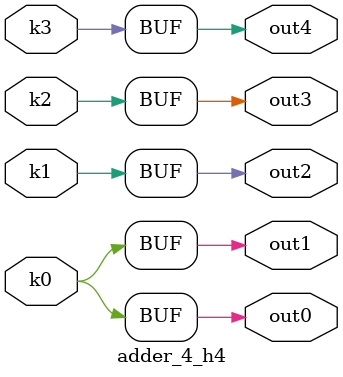
<source format=v>
module adder_4(pi0, pi1, pi2, pi3, pi4, pi5, pi6, pi7, pi8, po0, po1, po2, po3, po4);
input pi0, pi1, pi2, pi3, pi4, pi5, pi6, pi7, pi8;
output po0, po1, po2, po3, po4;
wire k0, k1, k2, k3;
adder_4_w4 DUT1 (pi0, pi1, pi2, pi3, pi4, pi5, pi6, pi7, pi8, k0, k1, k2, k3);
adder_4_h4 DUT2 (k0, k1, k2, k3, po0, po1, po2, po3, po4);
endmodule

module adder_4_w4(in0, in1, in2, in3, in4, in5, in6, in7, in8, k0, k1, k2, k3);
input in0, in1, in2, in3, in4, in5, in6, in7, in8;
output k0, k1, k2, k3;
assign k0 =   ((~in5 ^ in1) & ((((in8 & (in4 | ~in0)) | (in4 & ~in0)) & (in6 | in2) & (in7 | in3)) | (in7 & in3 & (in6 | in2)) | (in6 & in2))) | (((~in4 & in0) | (~in8 & (~in4 | in0))) & (in5 ^ in1) & (~in6 | ~in2) & (~in7 | ~in3)) | ((in5 ^ in1) & ((~in6 & ~in2) | (~in7 & ~in3 & (~in6 | ~in2))));
assign k1 =   ((~in6 ^ in2) & ((((in8 & (in4 | ~in0)) | (in4 & ~in0)) & (in7 | in3)) | (in7 & in3))) | (((~in4 & in0) | (~in8 & (~in4 | in0))) & (~in7 | ~in3) & (in6 ^ in2)) | (~in7 & ~in3 & (in6 ^ in2));
assign k2 =   ((~in7 ^ in3) & ((in8 & (in4 | ~in0)) | (in4 & ~in0))) | (((~in4 & in0) | (~in8 & (~in4 | in0))) & (in7 ^ in3));
assign k3 =   in8 ? (in4 ^ in0) : (~in4 ^ in0);
endmodule

module adder_4_h4(k0, k1, k2, k3, out0, out1, out2, out3, out4);
input k0, k1, k2, k3;
output out0, out1, out2, out3, out4;
assign out0 = k0;
assign out1 = k0;
assign out2 = k1;
assign out3 = k2;
assign out4 = k3;
endmodule

</source>
